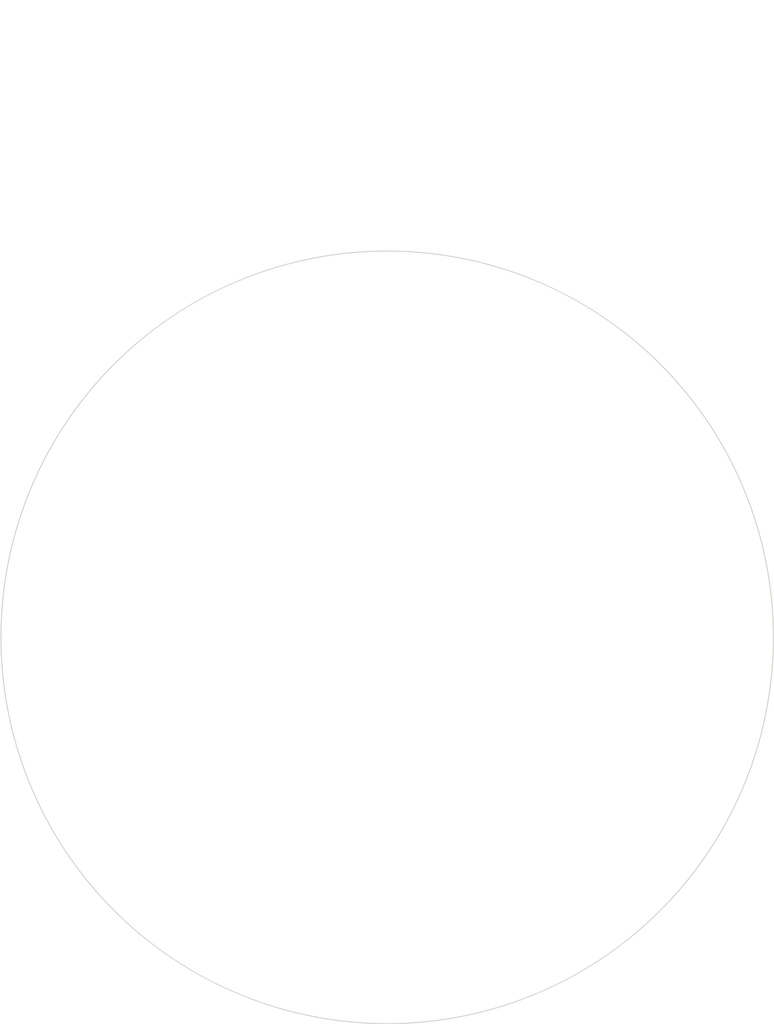
<source format=kicad_pcb>
(kicad_pcb
	(version 20241229)
	(generator "pcbnew")
	(generator_version "9.0")
	(general
		(thickness 1.6)
		(legacy_teardrops no)
	)
	(paper "A4")
	(layers
		(0 "F.Cu" signal)
		(2 "B.Cu" signal)
		(9 "F.Adhes" user "F.Adhesive")
		(11 "B.Adhes" user "B.Adhesive")
		(13 "F.Paste" user)
		(15 "B.Paste" user)
		(5 "F.SilkS" user "F.Silkscreen")
		(7 "B.SilkS" user "B.Silkscreen")
		(1 "F.Mask" user)
		(3 "B.Mask" user)
		(17 "Dwgs.User" user "User.Drawings")
		(19 "Cmts.User" user "User.Comments")
		(21 "Eco1.User" user "User.Eco1")
		(23 "Eco2.User" user "User.Eco2")
		(25 "Edge.Cuts" user)
		(27 "Margin" user)
		(31 "F.CrtYd" user "F.Courtyard")
		(29 "B.CrtYd" user "B.Courtyard")
		(35 "F.Fab" user)
		(33 "B.Fab" user)
		(39 "User.1" user)
		(41 "User.2" user)
		(43 "User.3" user)
		(45 "User.4" user)
	)
	(setup
		(pad_to_mask_clearance 0)
		(allow_soldermask_bridges_in_footprints no)
		(tenting front back)
		(pcbplotparams
			(layerselection 0x00000000_00000000_55555555_5755f5ff)
			(plot_on_all_layers_selection 0x00000000_00000000_00000000_00000000)
			(disableapertmacros no)
			(usegerberextensions no)
			(usegerberattributes yes)
			(usegerberadvancedattributes yes)
			(creategerberjobfile yes)
			(dashed_line_dash_ratio 12.000000)
			(dashed_line_gap_ratio 3.000000)
			(svgprecision 4)
			(plotframeref no)
			(mode 1)
			(useauxorigin no)
			(hpglpennumber 1)
			(hpglpenspeed 20)
			(hpglpendiameter 15.000000)
			(pdf_front_fp_property_popups yes)
			(pdf_back_fp_property_popups yes)
			(pdf_metadata yes)
			(pdf_single_document no)
			(dxfpolygonmode yes)
			(dxfimperialunits yes)
			(dxfusepcbnewfont yes)
			(psnegative no)
			(psa4output no)
			(plot_black_and_white yes)
			(sketchpadsonfab no)
			(plotpadnumbers no)
			(hidednponfab no)
			(sketchdnponfab yes)
			(crossoutdnponfab yes)
			(subtractmaskfromsilk no)
			(outputformat 1)
			(mirror no)
			(drillshape 1)
			(scaleselection 1)
			(outputdirectory "")
		)
	)
	(net 0 "")
	(gr_circle
		(center 120 100)
		(end 140 100)
		(stroke
			(width 0.05)
			(type default)
		)
		(fill no)
		(layer "Edge.Cuts")
		(uuid "74f309af-782e-4b82-92b9-aa55cfc17e30")
	)
	(dimension
		(type orthogonal)
		(layer "User.1")
		(uuid "d737edb6-27c9-49a4-8320-e66c09a5c67f")
		(pts
			(xy 100 100) (xy 140 100)
		)
		(height -31)
		(orientation 0)
		(format
			(prefix "")
			(suffix "mm")
			(units 2)
			(units_format 0)
			(precision 4)
			(suppress_zeroes yes)
		)
		(style
			(thickness 0.1)
			(arrow_length 1.27)
			(text_position_mode 0)
			(arrow_direction outward)
			(extension_height 0.58642)
			(extension_offset 0.5)
			(keep_text_aligned yes)
		)
		(gr_text "40mm"
			(at 120 67.85 0)
			(layer "User.1")
			(uuid "d737edb6-27c9-49a4-8320-e66c09a5c67f")
			(effects
				(font
					(size 1 1)
					(thickness 0.15)
				)
			)
		)
	)
	(embedded_fonts no)
)

</source>
